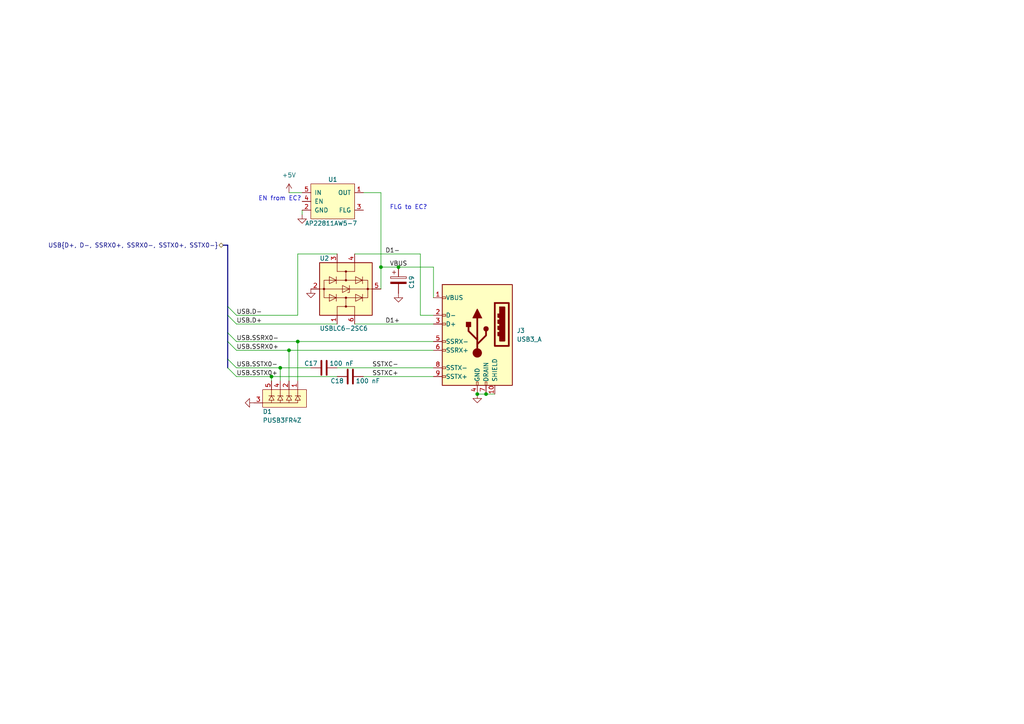
<source format=kicad_sch>
(kicad_sch (version 20230121) (generator eeschema)
  (paper "A4")
  (lib_symbols
    (symbol "Connector:USB3_A" (pin_names (offset 1.016))
      (property "Reference" "J" (at -10.16 15.24 0))
      (property "Value" "USB3_A" (at 10.16 15.24 0))
      (symbol "USB3_A_0_0"
        (rectangle (start -9.144 8.636) (end -5.08 -3.81) (stroke (width 0.508)))
        (rectangle (start -7.874 7.366) (end -6.604 -2.286) (stroke (width 0.508)) (fill (type outline)))
        (rectangle (start -6.35 0) (end -6.096 -0.762) (stroke (width 0.508)))
        (rectangle (start -6.35 1.778) (end -6.096 1.016) (stroke (width 0.508)))
        (rectangle (start -6.35 3.556) (end -6.096 2.794) (stroke (width 0.508)))
        (rectangle (start -6.35 5.334) (end -6.096 4.572) (stroke (width 0.508)))
        (rectangle (start -2.794 -15.24) (end -2.286 -14.224))
        (rectangle (start -0.254 -15.24) (end 0.254 -14.224))
        (rectangle (start 10.16 -12.446) (end 9.144 -12.954))
        (rectangle (start 10.16 -9.906) (end 9.144 -10.414))
        (rectangle (start 10.16 -4.826) (end 9.144 -5.334))
        (rectangle (start 10.16 -2.286) (end 9.144 -2.794))
        (rectangle (start 10.16 2.794) (end 9.144 2.286))
        (rectangle (start 10.16 5.334) (end 9.144 4.826))
        (rectangle (start 10.16 10.414) (end 9.144 9.906))
      )
      (symbol "USB3_A_0_1"
        (rectangle (start -10.16 13.97) (end 10.16 -15.24) (stroke (width 0.254)) (fill (type background)))
      )
      (symbol "USB3_A_1_1"
        (circle (center -2.54 1.143) (radius 0.635) (stroke (width 0.254)) (fill (type outline)))
        (circle (center 0 -5.842) (radius 1.27) (fill (type outline)))
        (polyline (pts (xy 0 -5.842) (xy 0 4.318)) (stroke (width 0.508)))
        (polyline (pts (xy 0 -3.302) (xy -2.54 -0.762) (xy -2.54 0.508)) (stroke (width 0.508)))
        (polyline (pts (xy 0 -2.032) (xy 2.54 0.508) (xy 2.54 1.778)) (stroke (width 0.508)))
        (polyline (pts (xy -1.27 4.318) (xy 0 6.858) (xy 1.27 4.318) (xy -1.27 4.318)) (stroke (width 0.254)) (fill (type outline)))
        (rectangle (start 1.905 1.778) (end 3.175 3.048) (stroke (width 0.254)) (fill (type outline)))
        (pin power_in line (at 12.7 10.16 180) (length 2.54) (name "VBUS") (number "1"))
        (pin passive line (at -5.08 -17.78 90) (length 2.54) (name "SHIELD") (number "10"))
        (pin bidirectional line (at 12.7 5.08 180) (length 2.54) (name "D-") (number "2"))
        (pin bidirectional line (at 12.7 2.54 180) (length 2.54) (name "D+") (number "3"))
        (pin power_in line (at 0 -17.78 90) (length 2.54) (name "GND") (number "4"))
        (pin output line (at 12.7 -2.54 180) (length 2.54) (name "SSRX-") (number "5"))
        (pin output line (at 12.7 -5.08 180) (length 2.54) (name "SSRX+") (number "6"))
        (pin passive line (at -2.54 -17.78 90) (length 2.54) (name "DRAIN") (number "7"))
        (pin input line (at 12.7 -10.16 180) (length 2.54) (name "SSTX-") (number "8"))
        (pin input line (at 12.7 -12.7 180) (length 2.54) (name "SSTX+") (number "9"))
      )
    )
    (symbol "Device:C" (pin_numbers hide) (pin_names (offset 0.254))
      (property "Reference" "C" (at 0.635 2.54 0))
      (property "Value" "C" (at 0.635 -2.54 0))
      (symbol "C_0_1"
        (polyline (pts (xy -2.032 -0.762) (xy 2.032 -0.762)) (stroke (width 0.508)))
        (polyline (pts (xy -2.032 0.762) (xy 2.032 0.762)) (stroke (width 0.508)))
      )
      (symbol "C_1_1"
        (pin passive line (at 0 3.81 270) (length 2.794) (name "~") (number "1"))
        (pin passive line (at 0 -3.81 90) (length 2.794) (name "~") (number "2"))
      )
    )
    (symbol "Device:C_Polarized" (pin_numbers hide) (pin_names (offset 0.254))
      (property "Reference" "C" (at 0.635 2.54 0))
      (property "Value" "C_Polarized" (at 0.635 -2.54 0))
      (symbol "C_Polarized_0_1"
        (rectangle (start -2.286 0.508) (end 2.286 1.016))
        (polyline (pts (xy -1.778 2.286) (xy -0.762 2.286)))
        (polyline (pts (xy -1.27 2.794) (xy -1.27 1.778)))
        (rectangle (start 2.286 -0.508) (end -2.286 -1.016) (fill (type outline)))
      )
      (symbol "C_Polarized_1_1"
        (pin passive line (at 0 3.81 270) (length 2.794) (name "~") (number "1"))
        (pin passive line (at 0 -3.81 90) (length 2.794) (name "~") (number "2"))
      )
    )
    (symbol "Power_Protection:USBLC6-2SC6" (pin_names hide)
      (property "Reference" "U" (at 2.54 8.89 0))
      (property "Value" "USBLC6-2SC6" (at 2.54 -8.89 0))
      (symbol "USBLC6-2SC6_0_1"
        (rectangle (start -7.62 -7.62) (end 7.62 7.62) (stroke (width 0.254)) (fill (type background)))
        (circle (center -5.08 0) (radius 0.254) (fill (type outline)))
        (circle (center -2.54 0) (radius 0.254) (fill (type outline)))
        (rectangle (start -2.54 6.35) (end 2.54 -6.35))
        (circle (center 0 -6.35) (radius 0.254) (fill (type outline)))
        (polyline (pts (xy -5.08 -2.54) (xy -7.62 -2.54)))
        (polyline (pts (xy -5.08 0) (xy -5.08 -2.54)))
        (polyline (pts (xy -5.08 2.54) (xy -7.62 2.54)))
        (polyline (pts (xy -1.524 -2.794) (xy -3.556 -2.794)))
        (polyline (pts (xy -1.524 4.826) (xy -3.556 4.826)))
        (polyline (pts (xy 0 -7.62) (xy 0 -6.35)))
        (polyline (pts (xy 0 -6.35) (xy 0 1.27)))
        (polyline (pts (xy 0 1.27) (xy 0 6.35)))
        (polyline (pts (xy 0 6.35) (xy 0 7.62)))
        (polyline (pts (xy 1.524 -2.794) (xy 3.556 -2.794)))
        (polyline (pts (xy 1.524 4.826) (xy 3.556 4.826)))
        (polyline (pts (xy 5.08 -2.54) (xy 7.62 -2.54)))
        (polyline (pts (xy 5.08 0) (xy 5.08 -2.54)))
        (polyline (pts (xy 5.08 2.54) (xy 7.62 2.54)))
        (polyline (pts (xy -2.54 0) (xy -5.08 0) (xy -5.08 2.54)))
        (polyline (pts (xy 2.54 0) (xy 5.08 0) (xy 5.08 2.54)))
        (polyline (pts (xy -3.556 -4.826) (xy -1.524 -4.826) (xy -2.54 -2.794) (xy -3.556 -4.826)))
        (polyline (pts (xy -3.556 2.794) (xy -1.524 2.794) (xy -2.54 4.826) (xy -3.556 2.794)))
        (polyline (pts (xy -1.016 -1.016) (xy 1.016 -1.016) (xy 0 1.016) (xy -1.016 -1.016)))
        (polyline (pts (xy 1.016 1.016) (xy 0.762 1.016) (xy -1.016 1.016) (xy -1.016 0.508)))
        (polyline (pts (xy 3.556 -4.826) (xy 1.524 -4.826) (xy 2.54 -2.794) (xy 3.556 -4.826)))
        (polyline (pts (xy 3.556 2.794) (xy 1.524 2.794) (xy 2.54 4.826) (xy 3.556 2.794)))
        (circle (center 0 6.35) (radius 0.254) (fill (type outline)))
        (circle (center 2.54 0) (radius 0.254) (fill (type outline)))
        (circle (center 5.08 0) (radius 0.254) (fill (type outline)))
      )
      (symbol "USBLC6-2SC6_1_1"
        (pin passive line (at -10.16 -2.54 0) (length 2.54) (name "I/O1") (number "1"))
        (pin passive line (at 0 -10.16 90) (length 2.54) (name "GND") (number "2"))
        (pin passive line (at 10.16 -2.54 180) (length 2.54) (name "I/O2") (number "3"))
        (pin passive line (at 10.16 2.54 180) (length 2.54) (name "I/O2") (number "4"))
        (pin passive line (at 0 10.16 270) (length 2.54) (name "VBUS") (number "5"))
        (pin passive line (at -10.16 2.54 0) (length 2.54) (name "I/O1") (number "6"))
      )
    )
    (symbol "launch:AP22811AW5-7‎" (pin_names (offset 1.016))
      (property "Reference" "U" (at -6.35 8.89 0))
      (property "Value" "AP22811AW5-7‎" (at -6.35 6.35 0))
      (symbol "AP22811AW5-7‎_0_1"
        (rectangle (start 6.35 5.08) (end -6.35 -5.08) (fill (type background)))
      )
      (symbol "AP22811AW5-7‎_1_1"
        (pin power_out line (at 8.89 2.54 180) (length 2.54) (name "OUT") (number "1"))
        (pin power_in line (at -8.89 -2.54 0) (length 2.54) (name "GND") (number "2"))
        (pin open_collector line (at 8.89 -2.54 180) (length 2.54) (name "FLG") (number "3"))
        (pin input line (at -8.89 0 0) (length 2.54) (name "EN") (number "4"))
        (pin power_in line (at -8.89 2.54 0) (length 2.54) (name "IN") (number "5"))
      )
    )
    (symbol "launch:PUSB3FR4Z" (pin_names (offset 1.016))
      (property "Reference" "D" (at 2.54 3.81 0))
      (property "Value" "PUSB3FR4Z" (at 2.54 1.27 0))
      (symbol "PUSB3FR4Z_0_1"
        (polyline (pts (xy 0 -10.16) (xy 1.778 -10.16)))
        (polyline (pts (xy 0 -7.62) (xy 1.778 -7.62)))
        (polyline (pts (xy 0 -5.08) (xy 1.778 -5.08)))
        (polyline (pts (xy 0 -2.54) (xy 1.778 -2.54)))
        (polyline (pts (xy 3.048 -10.16) (xy 3.81 -10.16)))
        (polyline (pts (xy 3.048 -7.62) (xy 3.81 -7.62)))
        (polyline (pts (xy 3.048 -5.08) (xy 3.81 -5.08)))
        (polyline (pts (xy 1.778 -10.922) (xy 1.778 -9.398) (xy 2.032 -9.398)))
        (polyline (pts (xy 1.778 -8.382) (xy 1.778 -6.858) (xy 2.032 -6.858)))
        (polyline (pts (xy 1.778 -5.842) (xy 1.778 -4.318) (xy 2.032 -4.318)))
        (polyline (pts (xy 1.778 -3.302) (xy 1.778 -1.778) (xy 2.032 -1.778)))
        (polyline (pts (xy 3.81 -12.7) (xy 3.81 -2.54) (xy 3.048 -2.54)))
        (polyline (pts (xy 1.778 -10.16) (xy 3.048 -10.922) (xy 3.048 -9.398) (xy 1.778 -10.16)))
        (polyline (pts (xy 1.778 -7.62) (xy 3.048 -8.382) (xy 3.048 -6.858) (xy 1.778 -7.62)))
        (polyline (pts (xy 1.778 -5.08) (xy 3.048 -5.842) (xy 3.048 -4.318) (xy 1.778 -5.08)))
        (polyline (pts (xy 1.778 -2.54) (xy 3.048 -3.302) (xy 3.048 -1.778) (xy 1.778 -2.54)))
        (rectangle (start 0 0) (end 5.08 -12.7) (fill (type background)))
      )
      (symbol "PUSB3FR4Z_1_1"
        (pin passive line (at -2.54 -2.54 0) (length 2.54) (name "~") (number "1"))
        (pin passive line (at -2.54 -2.54 0) (length 2.54) hide (name "~") (number "10"))
        (pin passive line (at -2.54 -5.08 0) (length 2.54) (name "~") (number "2"))
        (pin passive line (at 3.81 -15.24 90) (length 2.54) (name "~") (number "3"))
        (pin passive line (at -2.54 -7.62 0) (length 2.54) (name "~") (number "4"))
        (pin passive line (at -2.54 -10.16 0) (length 2.54) (name "~") (number "5"))
        (pin passive line (at -2.54 -10.16 0) (length 2.54) hide (name "~") (number "6"))
        (pin passive line (at -2.54 -7.62 0) (length 2.54) hide (name "~") (number "7"))
        (pin passive line (at 3.81 -15.24 90) (length 2.54) hide (name "~") (number "8"))
        (pin passive line (at -2.54 -5.08 0) (length 2.54) hide (name "~") (number "9"))
      )
    )
    (symbol "power:+5V" (power) (pin_names (offset 0))
      (property "Value" "+5V" (at 0 3.556 0))
      (symbol "+5V_0_1"
        (polyline (pts (xy -0.762 1.27) (xy 0 2.54)))
        (polyline (pts (xy 0 0) (xy 0 2.54)))
        (polyline (pts (xy 0 2.54) (xy 0.762 1.27)))
      )
      (symbol "+5V_1_1"
        (pin power_in line (at 0 0 90) (length 0) hide (name "+5V") (number "1"))
      )
    )
    (symbol "power:GND" (power) (pin_names (offset 0))
      (property "Value" "GND" (at 0 -3.81 0))
      (symbol "GND_0_1"
        (polyline (pts (xy 0 0) (xy 0 -1.27) (xy 1.27 -1.27) (xy 0 -2.54) (xy -1.27 -1.27) (xy 0 -1.27)))
      )
      (symbol "GND_1_1"
        (pin power_in line (at 0 0 270) (length 0) hide (name "GND") (number "1"))
      )
    )
  )
  (junction (at 83.82 101.6))
  (junction (at 140.97 114.3))
  (junction (at 86.36 99.06))
  (junction (at 81.28 106.68))
  (junction (at 115.57 77.47))
  (junction (at 110.49 77.47))
  (junction (at 138.43 114.3))
  (junction (at 78.74 109.22))
  (bus_entry (at 66.04 104.14) (size 2.54 2.54))
  (bus_entry (at 66.04 88.9) (size 2.54 2.54))
  (bus_entry (at 66.04 91.44) (size 2.54 2.54))
  (bus_entry (at 66.04 96.52) (size 2.54 2.54))
  (bus_entry (at 66.04 99.06) (size 2.54 2.54))
  (bus_entry (at 66.04 106.68) (size 2.54 2.54))
  (wire (pts (xy 125.73 77.47) (xy 115.57 77.47)))
  (wire (pts (xy 81.28 106.68) (xy 68.58 106.68)))
  (wire (pts (xy 110.49 83.82) (xy 110.49 77.47)))
  (bus (pts (xy 66.04 91.44) (xy 66.04 96.52)))
  (wire (pts (xy 140.97 114.3) (xy 138.43 114.3)))
  (wire (pts (xy 86.36 110.49) (xy 86.36 99.06)))
  (bus (pts (xy 66.04 71.12) (xy 66.04 88.9)))
  (wire (pts (xy 83.82 101.6) (xy 68.58 101.6)))
  (wire (pts (xy 81.28 110.49) (xy 81.28 106.68)))
  (wire (pts (xy 125.73 99.06) (xy 86.36 99.06)))
  (wire (pts (xy 105.41 55.88) (xy 110.49 55.88)))
  (bus (pts (xy 66.04 96.52) (xy 66.04 99.06)))
  (wire (pts (xy 102.87 93.98) (xy 125.73 93.98)))
  (wire (pts (xy 110.49 77.47) (xy 115.57 77.47)))
  (bus (pts (xy 66.04 99.06) (xy 66.04 104.14)))
  (wire (pts (xy 125.73 106.68) (xy 97.79 106.68)))
  (wire (pts (xy 86.36 99.06) (xy 68.58 99.06)))
  (wire (pts (xy 125.73 101.6) (xy 83.82 101.6)))
  (wire (pts (xy 78.74 110.49) (xy 78.74 109.22)))
  (wire (pts (xy 121.92 91.44) (xy 121.92 73.66)))
  (wire (pts (xy 83.82 110.49) (xy 83.82 101.6)))
  (wire (pts (xy 125.73 86.36) (xy 125.73 77.47)))
  (wire (pts (xy 78.74 109.22) (xy 68.58 109.22)))
  (bus (pts (xy 64.77 71.12) (xy 66.04 71.12)))
  (wire (pts (xy 143.51 114.3) (xy 140.97 114.3)))
  (wire (pts (xy 87.63 60.96) (xy 87.63 62.23)))
  (wire (pts (xy 78.74 109.22) (xy 97.79 109.22)))
  (bus (pts (xy 66.04 104.14) (xy 66.04 106.68)))
  (bus (pts (xy 66.04 88.9) (xy 66.04 91.44)))
  (wire (pts (xy 81.28 106.68) (xy 90.17 106.68)))
  (wire (pts (xy 68.58 93.98) (xy 97.79 93.98)))
  (wire (pts (xy 97.79 73.66) (xy 86.36 73.66)))
  (wire (pts (xy 83.82 55.88) (xy 87.63 55.88)))
  (wire (pts (xy 86.36 91.44) (xy 68.58 91.44)))
  (wire (pts (xy 110.49 55.88) (xy 110.49 77.47)))
  (wire (pts (xy 125.73 109.22) (xy 105.41 109.22)))
  (wire (pts (xy 86.36 73.66) (xy 86.36 91.44)))
  (wire (pts (xy 121.92 73.66) (xy 102.87 73.66)))
  (wire (pts (xy 125.73 91.44) (xy 121.92 91.44)))
  (text "EN from EC?" (at 74.93 58.42 0) (effects (font (size 1.27 1.27)) (justify left bottom)))
  (text "FLG to EC?" (at 113.03 60.96 0) (effects (font (size 1.27 1.27)) (justify left bottom)))
  (label "SSTXC+" (at 107.95 109.22 0))
  (label "D1+" (at 111.76 93.98 0))
  (label "D1-" (at 111.76 73.66 0))
  (label "USB.D+" (at 68.58 93.98 0))
  (label "USB.SSRX0-" (at 68.58 99.06 0))
  (label "SSTXC-" (at 107.95 106.68 0))
  (label "USB.SSTX0+" (at 68.58 109.22 0))
  (label "USB.SSTX0-" (at 68.58 106.68 0))
  (label "USB.SSRX0+" (at 68.58 101.6 0))
  (label "VBUS" (at 113.03 77.47 0))
  (label "USB.D-" (at 68.58 91.44 0))
  (hierarchical_label "USB{D+, D-, SSRX0+, SSRX0-, SSTX0+, SSTX0-}" (shape bidirectional) (at 64.77 71.12 180))
  (symbol (lib_id "power:GND") (at 115.57 85.09 0) (mirror y) (unit 1)
    (property "Reference" "#PWR09" (effects hide))
    (property "Value" "GND" (effects hide))
    (instances (project "virgo-rpl-uph" (path "" (reference "#PWR09") (unit 1)) (path "" (reference "#PWR015") (unit 1))) (project "launch" (path "" (reference "#PWR0266") (unit 1))))
  )
  (symbol (lib_id "power:GND") (at 138.43 114.3 0) (mirror y) (unit 1)
    (property "Reference" "#PWR010" (effects hide))
    (property "Value" "GND" (effects hide))
    (instances (project "virgo-rpl-uph" (path "" (reference "#PWR010") (unit 1)) (path "" (reference "#PWR016") (unit 1))))
  )
  (symbol (lib_id "Connector:USB3_A") (at 138.43 96.52 0) (mirror y) (unit 1)
    (property "Reference" "J3" (at 149.86 95.885 0) (effects (justify right)))
    (property "Value" "USB3_A" (at 149.86 98.425 0) (effects (justify right)))
    (property "Footprint" "local:USB3_A_CnC_Tech_1003-002-01100" (effects hide))
    (instances (project "virgo-rpl-uph" (path "" (reference "J3") (unit 1)) (path "" (reference "J4") (unit 1))))
  )
  (symbol (lib_id "power:GND") (at 87.63 62.23 0) (mirror y) (unit 1)
    (property "Reference" "#PWR07" (effects hide))
    (property "Value" "GND" (effects hide))
    (instances (project "virgo-rpl-uph" (path "" (reference "#PWR07") (unit 1)) (path "" (reference "#PWR013") (unit 1))) (project "launch" (path "" (reference "#PWR0266") (unit 1))))
  )
  (symbol (lib_id "Device:C_Polarized") (at 115.57 81.28 0) (unit 1)
    (property "Reference" "C19" (at 119.38 83.82 90) (effects (justify left)))
    (property "Value" "APXF6R3ARA151ME40G" (effects hide))
    (property "Footprint" "Capacitor_SMD:CP_Elec_5x3.9" (effects hide))
    (property "Datasheet" "https://www.chemi-con.co.jp/en/products/detail-condenser.php?part_number=APXF6R3ARA151ME40G" (effects hide))
    (property "Manufacturer" "United Chemi-Con" (effects hide))
    (instances (project "virgo-rpl-uph" (path "" (reference "C19") (unit 1)) (path "" (reference "C22") (unit 1))) (project "launch" (path "" (reference "C44") (unit 1))))
  )
  (symbol (lib_id "Device:C") (at 101.6 109.22 90) (mirror x) (unit 1)
    (property "Reference" "C18" (at 97.79 110.49 90))
    (property "Value" "100 nF" (at 106.68 110.49 90))
    (property "Footprint" "local:C_0201_0603Metric" (effects hide))
    (property "Manufacturer" "Generic X7R capacitor" (effects hide))
    (instances (project "virgo-rpl-uph" (path "" (reference "C18") (unit 1)) (path "" (reference "C21") (unit 1))) (project "launch" (path "" (reference "C52") (unit 1))))
  )
  (symbol (lib_id "launch:AP22811AW5-7‎") (at 96.52 58.42 0) (unit 1)
    (property "Reference" "U1" (at 96.52 52.07 0))
    (property "Value" "AP22811AW5-7 " (at 96.52 64.77 0))
    (property "Footprint" "local:SOT-23-5" (effects hide))
    (property "Datasheet" "${KIPRJMOD}/docs/AP22811.pdf" (effects hide))
    (property "Manufacturer" "Diodes Inc." (effects hide))
    (instances (project "virgo-rpl-uph" (path "" (reference "U1") (unit 1)) (path "" (reference "U3") (unit 1))) (project "launch" (path "" (reference "U23") (unit 1))))
  )
  (symbol (lib_id "power:GND") (at 73.66 116.84 270) (mirror x) (unit 1)
    (property "Reference" "#PWR05" (effects hide))
    (property "Value" "GND" (effects hide))
    (instances (project "virgo-rpl-uph" (path "" (reference "#PWR05") (unit 1)) (path "" (reference "#PWR011") (unit 1))) (project "launch" (path "" (reference "#PWR0202") (unit 1))))
  )
  (symbol (lib_id "power:+5V") (at 83.82 55.88 0) (unit 1)
    (property "Reference" "#PWR06" (effects hide))
    (property "Value" "+5V" (at 83.82 50.8 0))
    (instances (project "virgo-rpl-uph" (path "" (reference "#PWR06") (unit 1)) (path "" (reference "#PWR012") (unit 1))))
  )
  (symbol (lib_id "power:GND") (at 90.17 83.82 0) (mirror y) (unit 1)
    (property "Reference" "#PWR08" (effects hide))
    (property "Value" "GND" (effects hide))
    (instances (project "virgo-rpl-uph" (path "" (reference "#PWR08") (unit 1)) (path "" (reference "#PWR014") (unit 1))) (project "launch" (path "" (reference "#PWR0266") (unit 1))))
  )
  (symbol (lib_id "Power_Protection:USBLC6-2SC6") (at 100.33 83.82 270) (mirror x) (unit 1)
    (property "Reference" "U2" (at 92.71 74.93 90) (effects (justify left)))
    (property "Value" "USBLC6-2SC6" (at 92.71 95.25 90) (effects (justify left)))
    (property "Footprint" "Package_TO_SOT_SMD:SOT-23-6" (effects hide))
    (property "Datasheet" "http://www2.st.com/resource/en/datasheet/CD00050750.pdf" (effects hide))
    (property "Manufacturer" "ST" (effects hide))
    (instances (project "virgo-rpl-uph" (path "" (reference "U2") (unit 1)) (path "" (reference "U4") (unit 1))) (project "launch" (path "" (reference "U5") (unit 1))))
  )
  (symbol (lib_id "launch:PUSB3FR4Z") (at 88.9 113.03 270) (unit 1)
    (property "Reference" "D1" (at 76.2 119.38 90) (effects (justify left)))
    (property "Value" "PUSB3FR4Z" (at 76.2 121.92 90) (effects (justify left)))
    (property "Footprint" "local:DFN-10_1x2.5mm_P0.5mm" (effects hide))
    (property "Datasheet" "${KIPRJMOD}/docs/PUSB3FR4.pdf" (effects hide))
    (property "Manufacturer" "Nexperia" (effects hide))
    (instances (project "virgo-rpl-uph" (path "" (reference "D1") (unit 1)) (path "" (reference "D2") (unit 1))) (project "launch" (path "" (reference "D2") (unit 1))))
  )
  (symbol (lib_id "Device:C") (at 93.98 106.68 90) (mirror x) (unit 1)
    (property "Reference" "C17" (at 90.17 105.41 90))
    (property "Value" "100 nF" (at 99.06 105.41 90))
    (property "Footprint" "local:C_0201_0603Metric" (effects hide))
    (property "Manufacturer" "Generic X7R capacitor" (effects hide))
    (instances (project "virgo-rpl-uph" (path "" (reference "C17") (unit 1)) (path "" (reference "C20") (unit 1))) (project "launch" (path "" (reference "C51") (unit 1))))
  )
)
</source>
